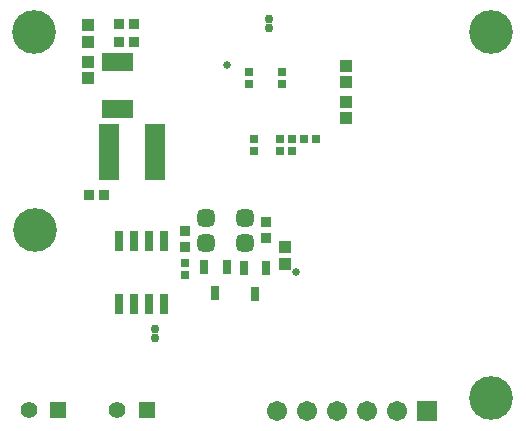
<source format=gbs>
G04*
G04 #@! TF.GenerationSoftware,Altium Limited,Altium Designer,20.2.6 (244)*
G04*
G04 Layer_Color=16711935*
%FSLAX44Y44*%
%MOMM*%
G71*
G04*
G04 #@! TF.SameCoordinates,7CDA323B-E038-41B1-B74F-359B52FF9F59*
G04*
G04*
G04 #@! TF.FilePolarity,Negative*
G04*
G01*
G75*
%ADD45R,0.7032X0.7032*%
%ADD47R,0.7032X0.7032*%
%ADD57R,0.9652X0.9652*%
%ADD62R,1.1032X1.0132*%
%ADD63C,0.7532*%
%ADD64C,1.4032*%
%ADD65R,1.4032X1.4032*%
%ADD66C,1.7032*%
%ADD67R,1.7032X1.7032*%
%ADD68C,3.7032*%
%ADD69C,0.6602*%
%ADD90R,0.8032X1.7532*%
G04:AMPARAMS|DCode=91|XSize=1.4732mm|YSize=1.4732mm|CornerRadius=0.4191mm|HoleSize=0mm|Usage=FLASHONLY|Rotation=180.000|XOffset=0mm|YOffset=0mm|HoleType=Round|Shape=RoundedRectangle|*
%AMROUNDEDRECTD91*
21,1,1.4732,0.6350,0,0,180.0*
21,1,0.6350,1.4732,0,0,180.0*
1,1,0.8382,-0.3175,0.3175*
1,1,0.8382,0.3175,0.3175*
1,1,0.8382,0.3175,-0.3175*
1,1,0.8382,-0.3175,-0.3175*
%
%ADD91ROUNDEDRECTD91*%
%ADD92R,0.9652X0.9652*%
%ADD93R,0.8032X1.3032*%
%ADD94R,1.8032X4.7032*%
%ADD95R,0.6532X1.5532*%
D45*
X268144Y254174D02*
D03*
X258144D02*
D03*
D47*
X157226Y149526D02*
D03*
Y139526D02*
D03*
X211750Y311500D02*
D03*
Y301500D02*
D03*
X239750Y311500D02*
D03*
Y301500D02*
D03*
X215900Y244174D02*
D03*
Y254174D02*
D03*
X237998Y244174D02*
D03*
Y254174D02*
D03*
X248158Y244174D02*
D03*
Y254174D02*
D03*
D57*
X101026Y351536D02*
D03*
X114366D02*
D03*
Y336296D02*
D03*
X101026D02*
D03*
X75626Y207518D02*
D03*
X88966D02*
D03*
D62*
X242064Y149006D02*
D03*
Y162906D02*
D03*
X293116Y285934D02*
D03*
Y272034D02*
D03*
Y316414D02*
D03*
Y302514D02*
D03*
X74674Y305978D02*
D03*
Y319878D02*
D03*
X74678Y350885D02*
D03*
Y336985D02*
D03*
D63*
X228750Y348500D02*
D03*
Y356500D02*
D03*
X131572Y93916D02*
D03*
Y85916D02*
D03*
D64*
X100000Y25000D02*
D03*
X25000D02*
D03*
D65*
X125000D02*
D03*
X50000D02*
D03*
D66*
X235500Y24502D02*
D03*
X337100D02*
D03*
X311700D02*
D03*
X286300D02*
D03*
X260900D02*
D03*
D67*
X362500D02*
D03*
D68*
X30400Y177700D02*
D03*
X29700Y345300D02*
D03*
X416700Y345200D02*
D03*
Y35200D02*
D03*
D69*
X192552Y317302D02*
D03*
X251500Y141750D02*
D03*
D90*
X101600Y168478D02*
D03*
X114300D02*
D03*
X127000D02*
D03*
X139700D02*
D03*
X101600Y114478D02*
D03*
X114300D02*
D03*
X127000D02*
D03*
X139700D02*
D03*
D91*
X207772Y166878D02*
D03*
X174752D02*
D03*
X207772Y187452D02*
D03*
X174752D02*
D03*
D92*
X225552Y170622D02*
D03*
Y183962D02*
D03*
X157226Y176596D02*
D03*
Y163256D02*
D03*
D93*
X173380Y145726D02*
D03*
X192380D02*
D03*
X182880Y123726D02*
D03*
X207162Y145648D02*
D03*
X226162D02*
D03*
X216662Y123648D02*
D03*
D94*
X132022Y243332D02*
D03*
X93022D02*
D03*
D95*
X109826Y280224D02*
D03*
X103326D02*
D03*
X96826D02*
D03*
X90326D02*
D03*
X109826Y319724D02*
D03*
X103326D02*
D03*
X96826D02*
D03*
X90326D02*
D03*
M02*

</source>
